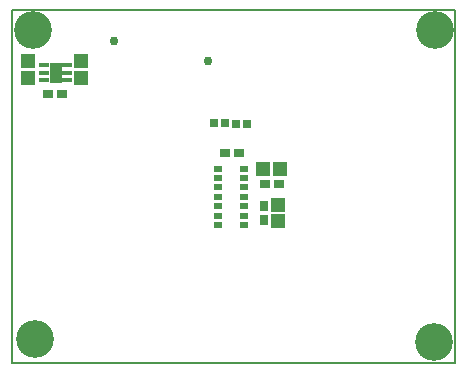
<source format=gts>
%FSLAX25Y25*%
%MOIN*%
G70*
G01*
G75*
G04 Layer_Color=8388736*
%ADD10R,0.01969X0.01969*%
%ADD11R,0.02362X0.01969*%
%ADD12R,0.02559X0.02165*%
%ADD13R,0.03740X0.03740*%
%ADD14R,0.02165X0.02559*%
%ADD15R,0.03740X0.03740*%
%ADD16R,0.01969X0.01378*%
%ADD17R,0.02756X0.01181*%
%ADD18R,0.03504X0.06299*%
%ADD19C,0.01181*%
%ADD20C,0.01000*%
%ADD21C,0.02362*%
%ADD22C,0.01378*%
%ADD23C,0.00787*%
%ADD24C,0.01969*%
%ADD25C,0.11811*%
%ADD26C,0.02165*%
%ADD27R,0.03937X0.01378*%
%ADD28R,0.04724X0.05315*%
%ADD29C,0.01260*%
%ADD30C,0.00591*%
%ADD31C,0.00394*%
%ADD32C,0.00709*%
%ADD33C,0.00276*%
%ADD34R,0.02769X0.02769*%
%ADD35R,0.03162X0.02769*%
%ADD36R,0.03359X0.02965*%
%ADD37R,0.04540X0.04540*%
%ADD38R,0.02965X0.03359*%
%ADD39R,0.04540X0.04540*%
%ADD40R,0.02769X0.02178*%
%ADD41R,0.03386X0.01811*%
%ADD42R,0.04134X0.06929*%
%ADD43C,0.12611*%
%ADD44C,0.02965*%
D23*
X-100Y-100D02*
X147538D01*
X-81Y117660D02*
X147540D01*
X147557Y117643D01*
Y-57D02*
Y117643D01*
X-81Y-57D02*
Y117660D01*
Y-57D02*
X147557D01*
D34*
X77964Y79700D02*
D03*
X74420D02*
D03*
D35*
X67120Y79800D02*
D03*
X70664D02*
D03*
D36*
X70900Y69800D02*
D03*
X75467D02*
D03*
X88700Y59700D02*
D03*
X84133D02*
D03*
X11900Y89400D02*
D03*
X16467D02*
D03*
D37*
X83600Y64500D02*
D03*
X89100D02*
D03*
D38*
X83900Y47700D02*
D03*
Y52267D02*
D03*
D39*
X88500Y52600D02*
D03*
Y47100D02*
D03*
X5200Y100400D02*
D03*
Y94900D02*
D03*
X22800Y100400D02*
D03*
Y94900D02*
D03*
D40*
X68500Y45800D02*
D03*
Y48950D02*
D03*
Y52099D02*
D03*
Y55249D02*
D03*
Y58398D02*
D03*
Y61548D02*
D03*
Y64698D02*
D03*
X76965D02*
D03*
Y61548D02*
D03*
Y58398D02*
D03*
Y55249D02*
D03*
Y52099D02*
D03*
Y48950D02*
D03*
Y45800D02*
D03*
D41*
X10383Y99159D02*
D03*
Y96600D02*
D03*
Y94041D02*
D03*
X18217Y99159D02*
D03*
Y96600D02*
D03*
Y94041D02*
D03*
D42*
X14300Y96600D02*
D03*
D43*
X7380Y7774D02*
D03*
X140451Y6987D02*
D03*
X6691Y110924D02*
D03*
X140648D02*
D03*
D44*
X33900Y107300D02*
D03*
X65000Y100400D02*
D03*
M02*

</source>
